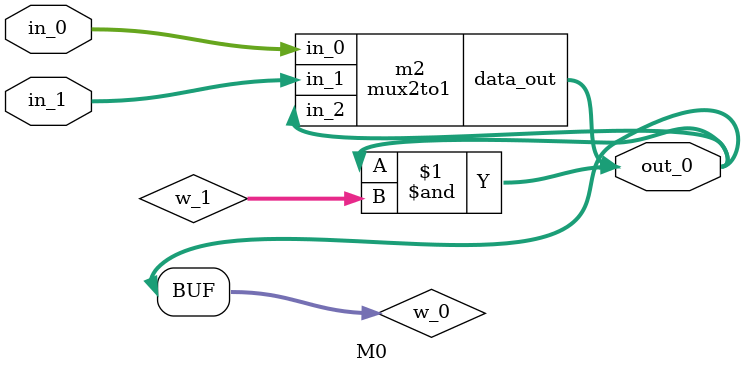
<source format=v>
module M2 (in_0,in_1,out_0,out_1);
   input [4:0] in_0;
   input [4:0] in_1;
   output [4:0] out_0;
   output [4:0] out_1;

   assign out_0 = in_0 & in_1;
   assign out_1 = in_0 | in_1;
endmodule



module M1 (in_0,in_1,out_0);
   input [4:0] in_0;
   input [4:0] in_1;
   output [4:0] out_0;

	wire [4:0] w_0;
	wire [4:0] w_1;
	wire [4:0] w_2;
	wire [4:0] w_3;
	wire [4:0] w_4;
	wire [4:0] w_5;
	wire [4:0] w_6;
	wire [4:0] w_7;

	assign w_3 = w_0 + w_1;
	assign out_0 = w_2 & w_3;
   M2 m0(in_0,in_1,w_0,w_1);
   M2 m1(in_0,in_1,w_2,w_3);

endmodule

module mux2to1(in_0,in_1,in_2,data_out);
input [4:0] in_0;
input [4:0] in_1;
input [4:0] in_2;
output [4:0] data_out;
reg [4:0] data_out;
always @(in_0,in_1,in_2)
	begin
		if(in_2== 0)
			data_out =in_0+in_1+in_2;
		else
			data_out = in_1 & in_2;

	end
endmodule


module M0 (in_0,in_1,out_0);
   input [4:0] in_0;
   input [4:0] in_1;
   output [4:0] out_0;

	wire [4:0] w_0;
	wire [4:0] w_1;
	wire [4:0] w_2;
	wire [4:0] w_3;

	assign out_0 =  w_0;
	assign w_0 = w_0 & w_1;

   M1 m0(in_0,in_1,w_2);
   M1 m1(in_0,in_1,w_3);
   mux2to1  m2(in_0,in_1,w_0,out_0);


endmodule

</source>
